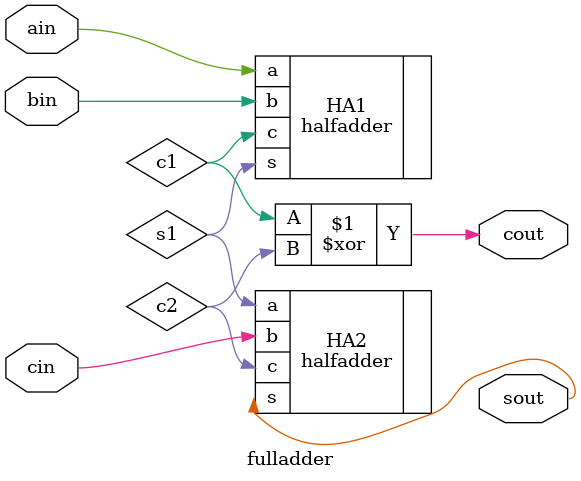
<source format=sv>
`timescale 1ns / 1ps


module fulladder(
    input ain,
    input bin,
    input cin,
    output cout,
    output sout
    );
    
    wire c1, c2, s1;
    
    halfadder HA1 (
       .a(ain),
       .b(bin),
       .c(c1),
       .s(s1)
    );
    
    halfadder HA2 (
       .a(s1),
       .b(cin), 
       .c(c2),
       .s(sout)
    );
    
    assign cout = c1 ^ c2;
    
endmodule

</source>
